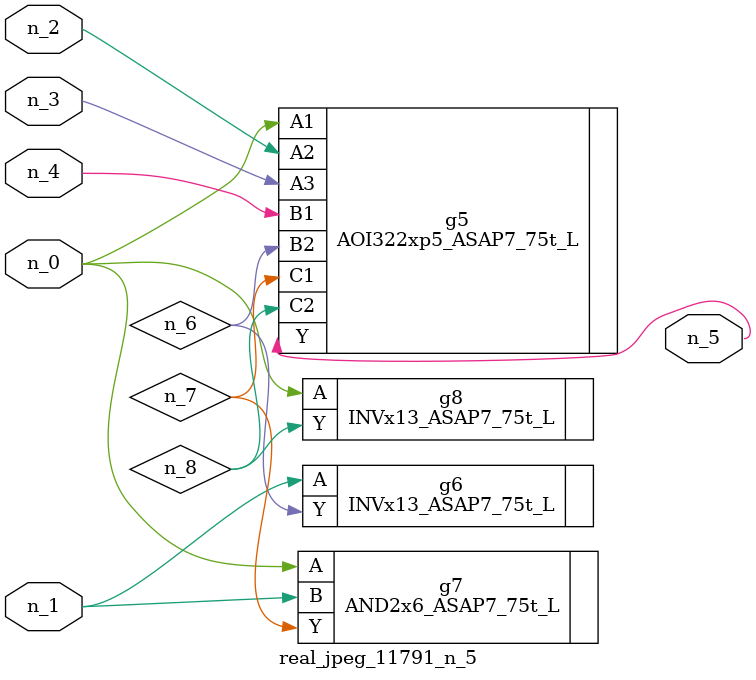
<source format=v>
module real_jpeg_11791_n_5 (n_4, n_0, n_1, n_2, n_3, n_5);

input n_4;
input n_0;
input n_1;
input n_2;
input n_3;

output n_5;

wire n_8;
wire n_6;
wire n_7;

AOI322xp5_ASAP7_75t_L g5 ( 
.A1(n_0),
.A2(n_2),
.A3(n_3),
.B1(n_4),
.B2(n_6),
.C1(n_7),
.C2(n_8),
.Y(n_5)
);

AND2x6_ASAP7_75t_L g7 ( 
.A(n_0),
.B(n_1),
.Y(n_7)
);

INVx13_ASAP7_75t_L g8 ( 
.A(n_0),
.Y(n_8)
);

INVx13_ASAP7_75t_L g6 ( 
.A(n_1),
.Y(n_6)
);


endmodule
</source>
